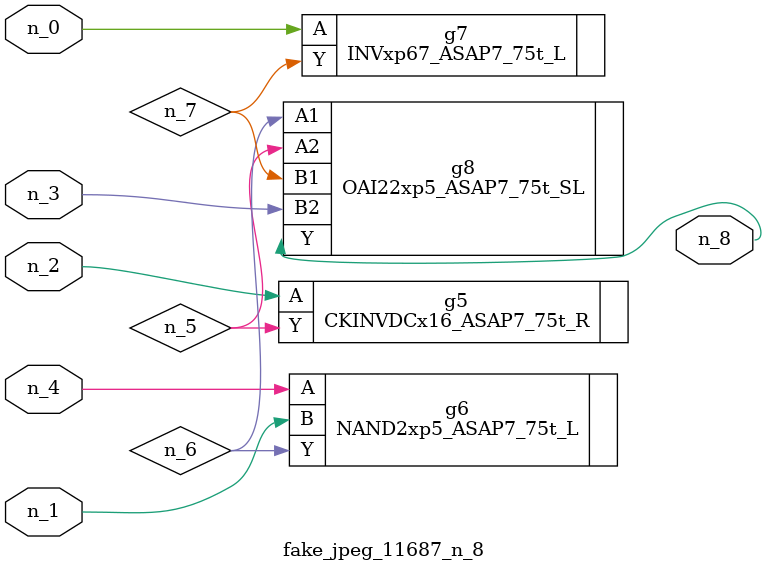
<source format=v>
module fake_jpeg_11687_n_8 (n_3, n_2, n_1, n_0, n_4, n_8);

input n_3;
input n_2;
input n_1;
input n_0;
input n_4;

output n_8;

wire n_6;
wire n_5;
wire n_7;

CKINVDCx16_ASAP7_75t_R g5 ( 
.A(n_2),
.Y(n_5)
);

NAND2xp5_ASAP7_75t_L g6 ( 
.A(n_4),
.B(n_1),
.Y(n_6)
);

INVxp67_ASAP7_75t_L g7 ( 
.A(n_0),
.Y(n_7)
);

OAI22xp5_ASAP7_75t_SL g8 ( 
.A1(n_6),
.A2(n_5),
.B1(n_7),
.B2(n_3),
.Y(n_8)
);


endmodule
</source>
